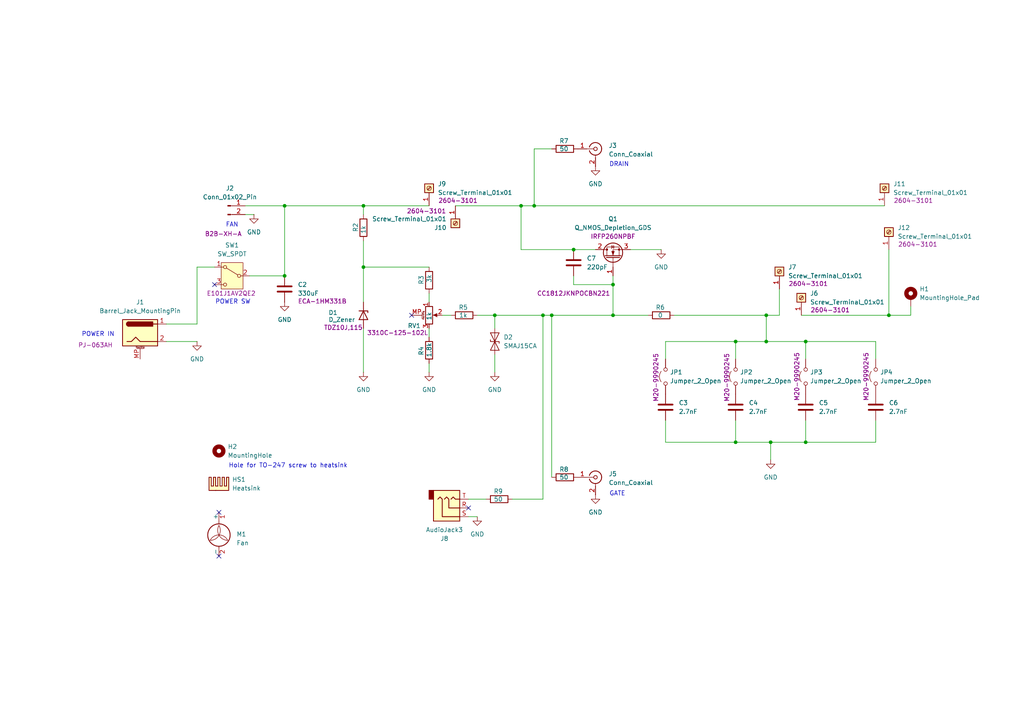
<source format=kicad_sch>
(kicad_sch (version 20250114) (generator "eeschema") (generator_version "9.0")
  (paper "A4")
  (lib_symbols
    (symbol "Connector:Barrel_Jack_MountingPin" (pin_names (hide yes))
      (property "Reference" "J" (at 0 5.334 0))
      (property "Value" "Barrel_Jack_MountingPin" (at 1.27 -6.35 0))
      (symbol "Barrel_Jack_MountingPin_0_1"
        (rectangle (start -5.08 3.81) (end 5.08 -3.81) (stroke (width 0.254)) (fill (type background)))
        (polyline (pts (xy -3.81 -2.54) (xy -2.54 -2.54) (xy -1.27 -1.27) (xy 0 -2.54) (xy 2.54 -2.54) (xy 5.08 -2.54)) (stroke (width 0.254)))
        (arc (start -3.302 1.905) (mid -3.9343 2.54) (end -3.302 3.175) (stroke (width 0.254)))
        (arc (start -3.302 1.905) (mid -3.9343 2.54) (end -3.302 3.175) (stroke (width 0.254)) (fill (type outline)))
        (rectangle (start 3.683 3.175) (end -3.302 1.905) (stroke (width 0.254)) (fill (type outline)))
        (polyline (pts (xy 5.08 2.54) (xy 3.81 2.54)) (stroke (width 0.254)))
      )
      (symbol "Barrel_Jack_MountingPin_1_1"
        (polyline (pts (xy -1.016 -4.572) (xy 1.016 -4.572)) (stroke (width 0.1524)))
        (text "Mounting" (at 0 -4.191 0) (effects (font (size 0.381 0.381))))
        (pin passive line (at 0 -7.62 90) (length 3.048) (name "MountPin") (number "MP"))
        (pin passive line (at 7.62 2.54 180) (length 2.54) (name "~") (number "1"))
        (pin passive line (at 7.62 -2.54 180) (length 2.54) (name "~") (number "2"))
      )
    )
    (symbol "Connector:Conn_01x02_Pin" (pin_names (offset 1.016) (hide yes))
      (property "Reference" "J" (at 0 2.54 0))
      (property "Value" "Conn_01x02_Pin" (at 0 -5.08 0))
      (symbol "Conn_01x02_Pin_1_1"
        (rectangle (start 0.8636 0.127) (end 0 -0.127) (stroke (width 0.1524)) (fill (type outline)))
        (rectangle (start 0.8636 -2.413) (end 0 -2.667) (stroke (width 0.1524)) (fill (type outline)))
        (polyline (pts (xy 1.27 0) (xy 0.8636 0)) (stroke (width 0.1524)))
        (polyline (pts (xy 1.27 -2.54) (xy 0.8636 -2.54)) (stroke (width 0.1524)))
        (pin passive line (at 5.08 0 180) (length 3.81) (name "Pin_1") (number "1"))
        (pin passive line (at 5.08 -2.54 180) (length 3.81) (name "Pin_2") (number "2"))
      )
    )
    (symbol "Connector:Conn_Coaxial" (pin_names (offset 1.016) (hide yes))
      (property "Reference" "J" (at 0.254 3.048 0))
      (property "Value" "Conn_Coaxial" (at 2.921 0 90))
      (symbol "Conn_Coaxial_0_1"
        (polyline (pts (xy -2.54 0) (xy -0.508 0)))
        (arc (start 1.778 0) (mid 0.222 -1.8079) (end -1.778 -0.508) (stroke (width 0.254)))
        (arc (start -1.778 0.508) (mid 0.2221 1.8084) (end 1.778 0) (stroke (width 0.254)))
        (circle (center 0 0) (radius 0.508) (stroke (width 0.2032)))
        (polyline (pts (xy 0 -2.54) (xy 0 -1.778)))
      )
      (symbol "Conn_Coaxial_1_1"
        (pin passive line (at -5.08 0 0) (length 2.54) (name "In") (number "1"))
        (pin passive line (at 0 -5.08 90) (length 2.54) (name "Ext") (number "2"))
      )
    )
    (symbol "Connector:Screw_Terminal_01x01" (pin_names (offset 1.016) (hide yes))
      (property "Reference" "J" (at 0 2.54 0))
      (property "Value" "Screw_Terminal_01x01" (at 0 -2.54 0))
      (symbol "Screw_Terminal_01x01_1_1"
        (rectangle (start -1.27 1.27) (end 1.27 -1.27) (stroke (width 0.254)) (fill (type background)))
        (polyline (pts (xy -0.5334 0.3302) (xy 0.3302 -0.508)) (stroke (width 0.1524)))
        (polyline (pts (xy -0.3556 0.508) (xy 0.508 -0.3302)) (stroke (width 0.1524)))
        (circle (center 0 0) (radius 0.635) (stroke (width 0.1524)))
        (pin passive line (at -5.08 0 0) (length 3.81) (name "Pin_1") (number "1"))
      )
    )
    (symbol "Connector_Audio:AudioJack3"
      (property "Reference" "J" (at 0 8.89 0))
      (property "Value" "AudioJack3" (at 0 6.35 0))
      (symbol "AudioJack3_0_1"
        (rectangle (start -5.08 -5.08) (end -6.35 -2.54) (stroke (width 0.254)) (fill (type outline)))
        (polyline (pts (xy -1.905 -2.54) (xy -1.27 -3.175) (xy -0.635 -2.54) (xy -0.635 0) (xy 2.54 0)) (stroke (width 0.254)))
        (polyline (pts (xy 0 -2.54) (xy 0.635 -3.175) (xy 1.27 -2.54) (xy 2.54 -2.54)) (stroke (width 0.254)))
        (rectangle (start 2.54 3.81) (end -5.08 -5.08) (stroke (width 0.254)) (fill (type background)))
        (polyline (pts (xy 2.54 2.54) (xy -2.54 2.54) (xy -2.54 -2.54) (xy -3.175 -3.175) (xy -3.81 -2.54)) (stroke (width 0.254)))
      )
      (symbol "AudioJack3_1_1"
        (pin passive line (at 5.08 2.54 180) (length 2.54) (name "~") (number "S"))
        (pin passive line (at 5.08 0 180) (length 2.54) (name "~") (number "R"))
        (pin passive line (at 5.08 -2.54 180) (length 2.54) (name "~") (number "T"))
      )
    )
    (symbol "Device:C" (pin_numbers (hide yes)) (pin_names (offset 0.254))
      (property "Reference" "C" (at 0.635 2.54 0))
      (property "Value" "C" (at 0.635 -2.54 0))
      (symbol "C_0_1"
        (polyline (pts (xy -2.032 0.762) (xy 2.032 0.762)) (stroke (width 0.508)))
        (polyline (pts (xy -2.032 -0.762) (xy 2.032 -0.762)) (stroke (width 0.508)))
      )
      (symbol "C_1_1"
        (pin passive line (at 0 3.81 270) (length 2.794) (name "~") (number "1"))
        (pin passive line (at 0 -3.81 90) (length 2.794) (name "~") (number "2"))
      )
    )
    (symbol "Device:D_Zener" (pin_numbers (hide yes)) (pin_names (offset 1.016) (hide yes))
      (property "Reference" "D" (at 0 2.54 0))
      (property "Value" "D_Zener" (at 0 -2.54 0))
      (symbol "D_Zener_0_1"
        (polyline (pts (xy -1.27 -1.27) (xy -1.27 1.27) (xy -0.762 1.27)) (stroke (width 0.254)))
        (polyline (pts (xy 1.27 0) (xy -1.27 0)))
        (polyline (pts (xy 1.27 -1.27) (xy 1.27 1.27) (xy -1.27 0) (xy 1.27 -1.27)) (stroke (width 0.254)))
      )
      (symbol "D_Zener_1_1"
        (pin passive line (at -3.81 0 0) (length 2.54) (name "K") (number "1"))
        (pin passive line (at 3.81 0 180) (length 2.54) (name "A") (number "2"))
      )
    )
    (symbol "Device:R" (pin_numbers (hide yes)) (pin_names (offset 0))
      (property "Reference" "R" (at 2.032 0 90))
      (property "Value" "R" (at 0 0 90))
      (symbol "R_0_1"
        (rectangle (start -1.016 -2.54) (end 1.016 2.54) (stroke (width 0.254)))
      )
      (symbol "R_1_1"
        (pin passive line (at 0 3.81 270) (length 1.27) (name "~") (number "1"))
        (pin passive line (at 0 -3.81 90) (length 1.27) (name "~") (number "2"))
      )
    )
    (symbol "Device:R_Potentiometer_MountingPin" (pin_names (offset 1.016) (hide yes))
      (property "Reference" "RV" (at -8.255 0 90))
      (property "Value" "R_Potentiometer_MountingPin" (at -6.35 0 90))
      (symbol "R_Potentiometer_MountingPin_0_1"
        (rectangle (start 1.016 2.54) (end -1.016 -2.54) (stroke (width 0.254)))
        (polyline (pts (xy 1.143 0) (xy 2.286 0.508) (xy 2.286 -0.508)) (fill (type outline)))
        (polyline (pts (xy 2.54 0) (xy 1.524 0)))
      )
      (symbol "R_Potentiometer_MountingPin_1_1"
        (polyline (pts (xy -2.032 1.016) (xy -2.032 -1.016)) (stroke (width 0.1524)))
        (text "Mounting" (at -1.651 0 900) (effects (font (size 0.381 0.381))))
        (pin passive line (at -5.08 0 0) (length 3.048) (name "MountPin") (number "MP"))
        (pin passive line (at 0 3.81 270) (length 1.27) (name "1") (number "1"))
        (pin passive line (at 0 -3.81 90) (length 1.27) (name "3") (number "3"))
        (pin passive line (at 3.81 0 180) (length 1.27) (name "2") (number "2"))
      )
    )
    (symbol "Diode:SMAJ16CA" (pin_numbers (hide yes)) (pin_names (offset 1.016) (hide yes))
      (property "Reference" "D" (at 0 2.54 0))
      (property "Value" "SMAJ16CA" (at 0 -2.54 0))
      (symbol "SMAJ16CA_0_1"
        (polyline (pts (xy -2.54 -1.27) (xy 0 0) (xy -2.54 1.27) (xy -2.54 -1.27)) (stroke (width 0.2032)))
        (polyline (pts (xy 0.508 1.27) (xy 0 1.27) (xy 0 -1.27) (xy -0.508 -1.27)) (stroke (width 0.2032)))
        (polyline (pts (xy 1.27 0) (xy -1.27 0)))
        (polyline (pts (xy 2.54 1.27) (xy 2.54 -1.27) (xy 0 0) (xy 2.54 1.27)) (stroke (width 0.2032)))
      )
      (symbol "SMAJ16CA_1_1"
        (pin passive line (at -3.81 0 0) (length 2.54) (name "A1") (number "1"))
        (pin passive line (at 3.81 0 180) (length 2.54) (name "A2") (number "2"))
      )
    )
    (symbol "Jumper:Jumper_2_Open" (pin_numbers (hide yes)) (pin_names (offset 0) (hide yes))
      (property "Reference" "JP" (at 0 2.794 0))
      (property "Value" "Jumper_2_Open" (at 0 -2.286 0))
      (symbol "Jumper_2_Open_0_0"
        (circle (center -2.032 0) (radius 0.508))
        (circle (center 2.032 0) (radius 0.508))
      )
      (symbol "Jumper_2_Open_0_1"
        (arc (start -1.524 1.27) (mid 0 1.778) (end 1.524 1.27))
      )
      (symbol "Jumper_2_Open_1_1"
        (pin passive line (at -5.08 0 0) (length 2.54) (name "A") (number "1"))
        (pin passive line (at 5.08 0 180) (length 2.54) (name "B") (number "2"))
      )
    )
    (symbol "Mechanical:Heatsink" (pin_names (offset 1.016)) (exclude_from_sim yes)
      (property "Reference" "HS" (at 0 5.08 0))
      (property "Value" "Heatsink" (at 0 -1.27 0))
      (symbol "Heatsink_0_1"
        (polyline (pts (xy -0.3302 1.27) (xy -0.9652 1.27) (xy -0.9652 3.81) (xy -1.6002 3.81) (xy -1.6002 1.27) (xy -2.2352 1.27) (xy -2.2352 3.81) (xy -2.8702 3.81) (xy -2.8702 0) (xy -0.9652 0)) (stroke (width 0.254)) (fill (type background)))
        (polyline (pts (xy -0.3302 1.27) (xy -0.3302 3.81) (xy 0.3048 3.81) (xy 0.3048 1.27) (xy 0.9398 1.27) (xy 0.9398 3.81) (xy 1.5748 3.81) (xy 1.5748 1.27) (xy 2.2098 1.27) (xy 2.2098 3.81) (xy 2.8448 3.81) (xy 2.8448 0) (xy -0.9652 0)) (stroke (width 0.254)) (fill (type background)))
      )
    )
    (symbol "Mechanical:MountingHole" (pin_names (offset 1.016)) (exclude_from_sim yes) (in_bom no)
      (property "Reference" "H" (at 0 5.08 0))
      (property "Value" "MountingHole" (at 0 3.175 0))
      (symbol "MountingHole_0_1"
        (circle (center 0 0) (radius 1.27) (stroke (width 1.27)))
      )
    )
    (symbol "Mechanical:MountingHole_Pad" (pin_numbers (hide yes)) (pin_names (offset 1.016) (hide yes)) (in_bom no)
      (property "Reference" "H" (at 0 6.35 0))
      (property "Value" "MountingHole_Pad" (at 0 4.445 0))
      (symbol "MountingHole_Pad_0_1"
        (circle (center 0 1.27) (radius 1.27) (stroke (width 1.27)))
      )
      (symbol "MountingHole_Pad_1_1"
        (pin input line (at 0 -2.54 90) (length 2.54) (name "1") (number "1"))
      )
    )
    (symbol "Motor:Fan" (pin_names (offset 0))
      (property "Reference" "M" (at 2.54 5.08 0))
      (property "Value" "Fan" (at 2.54 -2.54 0))
      (symbol "Fan_0_1"
        (arc (start 0 3.81) (mid -0.0015 0.9048) (end -2.54 -0.508))
        (polyline (pts (xy 0 4.572) (xy 0 5.08)))
        (polyline (pts (xy 0 4.2672) (xy 0 4.6228)))
        (circle (center 0 1.016) (radius 3.2512) (stroke (width 0.254)))
        (arc (start -2.54 -0.508) (mid 0 1.0618) (end 2.54 -0.508))
        (polyline (pts (xy 0 -2.2352) (xy 0 -2.6416)))
        (polyline (pts (xy 0 -5.08) (xy 0 -4.572)))
        (arc (start 2.54 -0.508) (mid 0.047 0.9315) (end 0 3.81))
      )
      (symbol "Fan_1_1"
        (pin passive line (at 0 7.62 270) (length 2.54) (name "+") (number "1"))
        (pin passive line (at 0 -5.08 90) (length 2.54) (name "-") (number "2"))
      )
    )
    (symbol "Switch:SW_SPDT" (pin_names (offset 0) (hide yes))
      (property "Reference" "SW" (at 0 5.08 0))
      (property "Value" "SW_SPDT" (at 0 -5.08 0))
      (symbol "SW_SPDT_0_1"
        (circle (center -2.032 0) (radius 0.4572))
        (polyline (pts (xy -1.651 0.254) (xy 1.651 2.286)))
        (circle (center 2.032 2.54) (radius 0.4572))
        (circle (center 2.032 -2.54) (radius 0.4572))
      )
      (symbol "SW_SPDT_1_1"
        (rectangle (start -3.175 3.81) (end 3.175 -3.81) (fill (type background)))
        (pin passive line (at -5.08 0 0) (length 2.54) (name "B") (number "2"))
        (pin passive line (at 5.08 2.54 180) (length 2.54) (name "A") (number "1"))
        (pin passive line (at 5.08 -2.54 180) (length 2.54) (name "C") (number "3"))
      )
    )
    (symbol "Transistor_FET_Other:Q_NMOS_Depletion_GDS" (pin_names (offset 0) (hide yes))
      (property "Reference" "Q" (at 5.08 1.905 0))
      (property "Value" "Q_NMOS_Depletion_GDS" (at 5.08 0 0))
      (symbol "Q_NMOS_Depletion_GDS_0_1"
        (polyline (pts (xy 0.254 1.905) (xy 0.254 -1.905)) (stroke (width 0.254)))
        (polyline (pts (xy 0.254 0) (xy -2.54 0)))
        (polyline (pts (xy 0.762 2.286) (xy 0.762 -2.286)) (stroke (width 0.254)))
        (polyline (pts (xy 0.762 -1.778) (xy 3.302 -1.778) (xy 3.302 1.778) (xy 0.762 1.778)))
        (polyline (pts (xy 1.016 0) (xy 2.032 0.381) (xy 2.032 -0.381) (xy 1.016 0)) (fill (type outline)))
        (circle (center 1.651 0) (radius 2.794) (stroke (width 0.254)))
        (polyline (pts (xy 2.54 2.54) (xy 2.54 1.778)))
        (circle (center 2.54 1.778) (radius 0.254) (fill (type outline)))
        (circle (center 2.54 -1.778) (radius 0.254) (fill (type outline)))
        (polyline (pts (xy 2.54 -2.54) (xy 2.54 0) (xy 0.762 0)))
        (polyline (pts (xy 2.794 0.508) (xy 2.921 0.381) (xy 3.683 0.381) (xy 3.81 0.254)))
        (polyline (pts (xy 3.302 0.381) (xy 2.921 -0.254) (xy 3.683 -0.254) (xy 3.302 0.381)))
      )
      (symbol "Q_NMOS_Depletion_GDS_1_1"
        (pin input line (at -5.08 0 0) (length 2.54) (name "G") (number "1"))
        (pin passive line (at 2.54 5.08 270) (length 2.54) (name "D") (number "2"))
        (pin passive line (at 2.54 -5.08 90) (length 2.54) (name "S") (number "3"))
      )
    )
    (symbol "power:GND" (power) (pin_numbers (hide yes)) (pin_names (offset 0) (hide yes))
      (property "Value" "GND" (at 0 -3.81 0))
      (symbol "GND_0_1"
        (polyline (pts (xy 0 0) (xy 0 -1.27) (xy 1.27 -1.27) (xy 0 -2.54) (xy -1.27 -1.27) (xy 0 -1.27)))
      )
      (symbol "GND_1_1"
        (pin power_in line (at 0 0 270) (length 0) (name "~") (number "1"))
      )
    )
  )
  (text "Hole for TO-247 screw to heatsink" (at 83.566 135.128 0) (effects (font (size 1.27 1.27))))
  (text "POWER IN" (at 28.448 97.028 0) (effects (font (size 1.27 1.27))))
  (text "GATE" (at 179.07 143.256 0) (effects (font (size 1.27 1.27))))
  (text "DRAIN" (at 179.578 47.752 0) (effects (font (size 1.27 1.27))))
  (text "POWER SW" (at 67.564 87.63 0) (effects (font (size 1.27 1.27))))
  (text "FAN" (at 67.31 65.278 0) (effects (font (size 1.27 1.27))))
  (junction (at 160.02 91.44))
  (junction (at 177.8 91.44))
  (junction (at 105.41 77.47))
  (junction (at 105.41 59.69))
  (junction (at 82.55 80.01))
  (junction (at 223.52 128.27))
  (junction (at 166.37 72.39))
  (junction (at 233.68 99.06))
  (junction (at 213.36 99.06))
  (junction (at 222.25 99.06))
  (junction (at 82.55 59.69))
  (junction (at 157.48 91.44))
  (junction (at 257.81 91.44))
  (junction (at 177.8 82.55))
  (junction (at 213.36 128.27))
  (junction (at 143.51 91.44))
  (junction (at 222.25 91.44))
  (junction (at 151.13 59.69))
  (junction (at 154.94 59.69))
  (junction (at 233.68 128.27))
  (no_connect (at 62.23 82.55))
  (no_connect (at 119.38 91.44))
  (no_connect (at 63.5 161.29))
  (no_connect (at 135.89 147.32))
  (no_connect (at 63.5 148.59))
  (wire (pts (xy 143.51 91.44) (xy 157.48 91.44)))
  (wire (pts (xy 233.68 99.06) (xy 254 99.06)))
  (wire (pts (xy 233.68 121.92) (xy 233.68 128.27)))
  (wire (pts (xy 57.15 77.47) (xy 57.15 93.98)))
  (wire (pts (xy 57.15 77.47) (xy 62.23 77.47)))
  (wire (pts (xy 148.59 144.78) (xy 157.48 144.78)))
  (wire (pts (xy 143.51 91.44) (xy 143.51 95.25)))
  (wire (pts (xy 166.37 82.55) (xy 177.8 82.55)))
  (wire (pts (xy 213.36 99.06) (xy 213.36 104.14)))
  (wire (pts (xy 193.04 128.27) (xy 213.36 128.27)))
  (wire (pts (xy 226.06 91.44) (xy 222.25 91.44)))
  (wire (pts (xy 213.36 128.27) (xy 223.52 128.27)))
  (wire (pts (xy 233.68 128.27) (xy 254 128.27)))
  (wire (pts (xy 177.8 80.01) (xy 177.8 82.55)))
  (wire (pts (xy 193.04 99.06) (xy 213.36 99.06)))
  (wire (pts (xy 254 128.27) (xy 254 121.92)))
  (wire (pts (xy 213.36 121.92) (xy 213.36 128.27)))
  (wire (pts (xy 135.89 144.78) (xy 140.97 144.78)))
  (wire (pts (xy 105.41 59.69) (xy 124.46 59.69)))
  (wire (pts (xy 182.88 72.39) (xy 191.77 72.39)))
  (wire (pts (xy 154.94 59.69) (xy 256.54 59.69)))
  (wire (pts (xy 48.26 93.98) (xy 57.15 93.98)))
  (wire (pts (xy 105.41 77.47) (xy 105.41 87.63)))
  (wire (pts (xy 233.68 99.06) (xy 233.68 104.14)))
  (wire (pts (xy 222.25 99.06) (xy 233.68 99.06)))
  (wire (pts (xy 193.04 121.92) (xy 193.04 128.27)))
  (wire (pts (xy 82.55 80.01) (xy 82.55 59.69)))
  (wire (pts (xy 135.89 149.86) (xy 138.43 149.86)))
  (wire (pts (xy 264.16 91.44) (xy 257.81 91.44)))
  (wire (pts (xy 257.81 91.44) (xy 232.41 91.44)))
  (wire (pts (xy 124.46 105.41) (xy 124.46 107.95)))
  (wire (pts (xy 166.37 80.01) (xy 166.37 82.55)))
  (wire (pts (xy 157.48 144.78) (xy 157.48 91.44)))
  (wire (pts (xy 195.58 91.44) (xy 222.25 91.44)))
  (wire (pts (xy 151.13 59.69) (xy 154.94 59.69)))
  (wire (pts (xy 254 99.06) (xy 254 104.14)))
  (wire (pts (xy 257.81 72.39) (xy 257.81 91.44)))
  (wire (pts (xy 213.36 99.06) (xy 222.25 99.06)))
  (wire (pts (xy 177.8 82.55) (xy 177.8 91.44)))
  (wire (pts (xy 160.02 91.44) (xy 177.8 91.44)))
  (wire (pts (xy 57.15 99.06) (xy 48.26 99.06)))
  (wire (pts (xy 151.13 72.39) (xy 166.37 72.39)))
  (wire (pts (xy 105.41 77.47) (xy 124.46 77.47)))
  (wire (pts (xy 160.02 138.43) (xy 160.02 91.44)))
  (wire (pts (xy 160.02 43.18) (xy 154.94 43.18)))
  (wire (pts (xy 222.25 91.44) (xy 222.25 99.06)))
  (wire (pts (xy 71.12 59.69) (xy 82.55 59.69)))
  (wire (pts (xy 264.16 91.44) (xy 264.16 88.9)))
  (wire (pts (xy 193.04 104.14) (xy 193.04 99.06)))
  (wire (pts (xy 166.37 72.39) (xy 172.72 72.39)))
  (wire (pts (xy 82.55 59.69) (xy 105.41 59.69)))
  (wire (pts (xy 124.46 85.09) (xy 124.46 87.63)))
  (wire (pts (xy 138.43 91.44) (xy 143.51 91.44)))
  (wire (pts (xy 105.41 69.85) (xy 105.41 77.47)))
  (wire (pts (xy 157.48 91.44) (xy 160.02 91.44)))
  (wire (pts (xy 223.52 128.27) (xy 223.52 133.35)))
  (wire (pts (xy 105.41 95.25) (xy 105.41 107.95)))
  (wire (pts (xy 143.51 102.87) (xy 143.51 107.95)))
  (wire (pts (xy 71.12 62.23) (xy 73.66 62.23)))
  (wire (pts (xy 177.8 91.44) (xy 187.96 91.44)))
  (wire (pts (xy 132.08 59.69) (xy 151.13 59.69)))
  (wire (pts (xy 223.52 128.27) (xy 233.68 128.27)))
  (wire (pts (xy 154.94 43.18) (xy 154.94 59.69)))
  (wire (pts (xy 72.39 80.01) (xy 82.55 80.01)))
  (wire (pts (xy 128.27 91.44) (xy 130.81 91.44)))
  (wire (pts (xy 124.46 95.25) (xy 124.46 97.79)))
  (wire (pts (xy 105.41 59.69) (xy 105.41 62.23)))
  (wire (pts (xy 226.06 83.82) (xy 226.06 91.44)))
  (wire (pts (xy 151.13 72.39) (xy 151.13 59.69)))
  (symbol (lib_id "Diode:SMAJ16CA") (at 143.51 99.06 90) (unit 1)
    (property "Reference" "D2" (at 146.05 97.7899 90) (effects (justify right)))
    (property "Value" "SMAJ15CA" (at 146.05 100.3299 90) (effects (justify right)))
    (property "Footprint" "Diode_SMD:D_SMA" (effects (hide yes)))
    (property "Datasheet" "https://www.littelfuse.com/media?resourcetype=datasheets&itemid=75e32973-b177-4ee3-a0ff-cedaf1abdb93&filename=smaj-datasheet" (effects (hide yes)))
    (property "Description" "400W bidirectional Transient Voltage Suppressor, 16.0Vr, SMA(DO-214AC)" (effects (hide yes)))
    (property "Manufacturer" "Bourns" (effects (hide yes)))
    (property "MPN" "SMAJ15CA" (effects (hide yes)))
  )
  (symbol (lib_id "power:GND") (at 143.51 107.95 0) (unit 1)
    (property "Reference" "#PWR07" (effects (hide yes)))
    (property "Value" "GND" (at 143.51 113.03 0))
    (property "Description" "Power symbol creates a global label with name \"GND\" , ground" (effects (hide yes)))
  )
  (symbol (lib_id "Device:R_Potentiometer_MountingPin") (at 124.46 91.44 0) (unit 1)
    (property "Reference" "RV1" (at 120.142 94.488 0))
    (property "Value" "1k" (at 124.46 91.694 90))
    (property "Footprint" "Potentiometer_THT:Potentiometer_Bourns_3386W_Horizontal" (effects (hide yes)))
    (property "Description" "Potentiometer with a mounting pin" (effects (hide yes)))
    (property "Manufacturer" "Bourns" (effects (hide yes)))
    (property "MPN" "3310C-125-102L" (at 115.316 96.52 0))
  )
  (symbol (lib_id "Jumper:Jumper_2_Open") (at 254 109.22 90) (unit 1)
    (property "Reference" "JP4" (at 255.27 107.9499 90) (effects (justify right)))
    (property "Value" "Jumper_2_Open" (at 255.27 110.4899 90) (effects (justify right)))
    (property "Footprint" "Connector_PinHeader_2.54mm:PinHeader_1x02_P2.54mm_Vertical" (effects (hide yes)))
    (property "Description" "Jumper, 2-pole, open" (effects (hide yes)))
    (property "MPN" "M20-9990245" (at 251.206 109.22 0))
    (property "Manufacturer" "Harwin" (effects (hide yes)))
  )
  (symbol (lib_id "Device:R") (at 105.41 66.04 0) (unit 1)
    (property "Reference" "R2" (at 103.124 67.31 90) (effects (justify left)))
    (property "Value" "1k" (at 105.41 67.818 90) (effects (justify left)))
    (property "Footprint" "Resistor_SMD:R_0805_2012Metric" (effects (hide yes)))
    (property "Description" "Resistor" (effects (hide yes)))
  )
  (symbol (lib_id "Mechanical:Heatsink") (at 63.5 142.24 0) (unit 1) (exclude_from_sim yes)
    (property "Reference" "HS1" (at 67.31 139.0649 0) (effects (justify left)))
    (property "Value" "Heatsink" (at 67.31 141.6049 0) (effects (justify left)))
    (property "Footprint" "Library:Heatsink_75x37.5mm_Fischer_SK-594-37.5-AL" (effects (hide yes)))
    (property "Description" "Heatsink" (effects (hide yes)))
  )
  (symbol (lib_id "Connector:Screw_Terminal_01x01") (at 124.46 54.61 90) (unit 1)
    (property "Reference" "J9" (at 127 53.3399 90) (effects (justify right)))
    (property "Value" "Screw_Terminal_01x01" (at 127 55.8799 90) (effects (justify right)))
    (property "Footprint" "Library:CONN_2604-3101_WAG" (effects (hide yes)))
    (property "Description" "Generic screw terminal, single row, 01x01, script generated (kicad-library-utils/schlib/autogen/connector/)" (effects (hide yes)))
    (property "MPN" "2604-3101" (at 132.842 58.166 90))
    (property "Manufacturer" "WAGO" (effects (hide yes)))
  )
  (symbol (lib_id "power:GND") (at 172.72 143.51 0) (unit 1)
    (property "Reference" "#PWR010" (effects (hide yes)))
    (property "Value" "GND" (at 172.72 148.59 0))
    (property "Description" "Power symbol creates a global label with name \"GND\" , ground" (effects (hide yes)))
  )
  (symbol (lib_id "Device:C") (at 233.68 118.11 0) (unit 1)
    (property "Reference" "C5" (at 237.49 116.8399 0) (effects (justify left)))
    (property "Value" "2.7nF" (at 237.49 119.3799 0) (effects (justify left)))
    (property "Footprint" "Capacitor_SMD:C_1812_4532Metric" (effects (hide yes)))
    (property "Description" "Unpolarized capacitor" (effects (hide yes)))
    (property "MPN" "1812GC272KAT1A" (effects (hide yes)))
    (property "Manufacturer" "Kyocera" (effects (hide yes)))
  )
  (symbol (lib_id "Device:R") (at 134.62 91.44 90) (unit 1)
    (property "Reference" "R5" (at 134.366 89.154 90))
    (property "Value" "1k" (at 134.366 91.44 90))
    (property "Footprint" "Resistor_SMD:R_0805_2012Metric" (effects (hide yes)))
    (property "Description" "Resistor" (effects (hide yes)))
  )
  (symbol (lib_id "Device:R") (at 191.77 91.44 90) (unit 1)
    (property "Reference" "R6" (at 191.516 89.154 90))
    (property "Value" "0" (at 191.516 91.44 90))
    (property "Footprint" "Resistor_SMD:R_0805_2012Metric" (effects (hide yes)))
    (property "Description" "Resistor" (effects (hide yes)))
  )
  (symbol (lib_id "Device:D_Zener") (at 105.41 91.44 270) (unit 1)
    (property "Reference" "D1" (at 95.25 90.678 90) (effects (justify left)))
    (property "Value" "D_Zener" (at 95.25 92.71 90) (effects (justify left)))
    (property "Footprint" "Diode_SMD:D_SOD-323_HandSoldering" (effects (hide yes)))
    (property "Description" "Zener diode" (effects (hide yes)))
    (property "MPN" "TDZ10J,115" (at 99.568 94.996 90))
    (property "Manufacturer" "Nexperia" (effects (hide yes)))
  )
  (symbol (lib_id "Connector:Conn_Coaxial") (at 172.72 138.43 0) (unit 1)
    (property "Reference" "J5" (at 176.53 137.4531 0) (effects (justify left)))
    (property "Value" "Conn_Coaxial" (at 176.53 139.9931 0) (effects (justify left)))
    (property "Footprint" "Connector_Coaxial:SMA_Amphenol_901-143_Horizontal" (effects (hide yes)))
    (property "Description" "coaxial connector (BNC, SMA, SMB, SMC, Cinch/RCA, LEMO, ...)" (effects (hide yes)))
    (property "MPN" "RFPC-SMA27-F" (effects (hide yes)))
    (property "Manufacturer" "GCT" (effects (hide yes)))
  )
  (symbol (lib_id "Connector:Conn_Coaxial") (at 172.72 43.18 0) (unit 1)
    (property "Reference" "J3" (at 176.53 42.2031 0) (effects (justify left)))
    (property "Value" "Conn_Coaxial" (at 176.53 44.7431 0) (effects (justify left)))
    (property "Footprint" "Connector_Coaxial:SMA_Amphenol_901-143_Horizontal" (effects (hide yes)))
    (property "Description" "coaxial connector (BNC, SMA, SMB, SMC, Cinch/RCA, LEMO, ...)" (effects (hide yes)))
    (property "MPN" "RFPC-SMA27-F" (effects (hide yes)))
    (property "Manufacturer" "GCT" (effects (hide yes)))
  )
  (symbol (lib_id "Device:R") (at 144.78 144.78 90) (unit 1)
    (property "Reference" "R9" (at 144.526 142.494 90))
    (property "Value" "50" (at 144.526 144.78 90))
    (property "Footprint" "Resistor_SMD:R_0805_2012Metric" (effects (hide yes)))
    (property "Description" "Resistor" (effects (hide yes)))
  )
  (symbol (lib_id "Connector_Audio:AudioJack3") (at 130.81 147.32 0) (mirror x) (unit 1)
    (property "Reference" "J8" (at 128.905 156.21 0))
    (property "Value" "AudioJack3" (at 128.905 153.67 0))
    (property "Footprint" "Connector_Audio:Jack_3.5mm_CUI_SJ-3523-SMT_Horizontal" (effects (hide yes)))
    (property "Description" "Audio Jack, 3 Poles (Stereo / TRS)" (effects (hide yes)))
  )
  (symbol (lib_id "Transistor_FET_Other:Q_NMOS_Depletion_GDS") (at 177.8 74.93 90) (unit 1)
    (property "Reference" "Q1" (at 177.8 63.5 90))
    (property "Value" "Q_NMOS_Depletion_GDS" (at 177.8 66.04 90))
    (property "Footprint" "Package_TO_SOT_THT:TO-247-3_Horizontal_TabDown" (effects (hide yes)))
    (property "Description" "Depletion-mode N-channel MOSFET gate/drain/source" (effects (hide yes)))
    (property "MPN" "IRFP260NPBF" (at 177.8 68.58 90))
    (property "Manufacturer" "Infineon" (effects (hide yes)))
  )
  (symbol (lib_id "Mechanical:MountingHole_Pad") (at 264.16 86.36 0) (unit 1) (in_bom no)
    (property "Reference" "H1" (at 266.7 83.8199 0) (effects (justify left)))
    (property "Value" "MountingHole_Pad" (at 266.7 86.3599 0) (effects (justify left)))
    (property "Footprint" "MountingHole:MountingHole_5.3mm_M5_Pad" (effects (hide yes)))
    (property "Description" "Mounting Hole with connection" (effects (hide yes)))
  )
  (symbol (lib_id "Device:C") (at 213.36 118.11 0) (unit 1)
    (property "Reference" "C4" (at 217.17 116.8399 0) (effects (justify left)))
    (property "Value" "2.7nF" (at 217.17 119.3799 0) (effects (justify left)))
    (property "Footprint" "Capacitor_SMD:C_1812_4532Metric" (effects (hide yes)))
    (property "Description" "Unpolarized capacitor" (effects (hide yes)))
    (property "MPN" "1812GC272KAT1A" (effects (hide yes)))
    (property "Manufacturer" "Kyocera" (effects (hide yes)))
  )
  (symbol (lib_id "Jumper:Jumper_2_Open") (at 213.36 109.22 90) (unit 1)
    (property "Reference" "JP2" (at 214.63 107.9499 90) (effects (justify right)))
    (property "Value" "Jumper_2_Open" (at 214.63 110.4899 90) (effects (justify right)))
    (property "Footprint" "Connector_PinHeader_2.54mm:PinHeader_1x02_P2.54mm_Vertical" (effects (hide yes)))
    (property "Description" "Jumper, 2-pole, open" (effects (hide yes)))
    (property "MPN" "M20-9990245" (at 210.82 109.474 0))
    (property "Manufacturer" "Harwin" (effects (hide yes)))
  )
  (symbol (lib_id "Device:R") (at 163.83 138.43 90) (unit 1)
    (property "Reference" "R8" (at 163.576 136.144 90))
    (property "Value" "50" (at 163.576 138.43 90))
    (property "Footprint" "Resistor_SMD:R_0805_2012Metric" (effects (hide yes)))
    (property "Description" "Resistor" (effects (hide yes)))
  )
  (symbol (lib_id "Device:C") (at 254 118.11 0) (unit 1)
    (property "Reference" "C6" (at 257.81 116.8399 0) (effects (justify left)))
    (property "Value" "2.7nF" (at 257.81 119.3799 0) (effects (justify left)))
    (property "Footprint" "Capacitor_SMD:C_1812_4532Metric" (effects (hide yes)))
    (property "Description" "Unpolarized capacitor" (effects (hide yes)))
    (property "MPN" "1812GC272KAT1A" (effects (hide yes)))
    (property "Manufacturer" "Kyocera" (effects (hide yes)))
  )
  (symbol (lib_id "Device:C") (at 166.37 76.2 0) (unit 1)
    (property "Reference" "C7" (at 170.18 74.9299 0) (effects (justify left)))
    (property "Value" "220pF" (at 170.18 77.4699 0) (effects (justify left)))
    (property "Footprint" "Capacitor_SMD:C_1812_4532Metric" (effects (hide yes)))
    (property "Description" "Unpolarized capacitor" (effects (hide yes)))
    (property "Manufacturer" "Yageo" (effects (hide yes)))
    (property "MPN" "CC1812JKNPOCBN221" (at 166.37 85.09 0))
  )
  (symbol (lib_id "Device:R") (at 163.83 43.18 90) (unit 1)
    (property "Reference" "R7" (at 163.576 40.894 90))
    (property "Value" "50" (at 163.576 43.18 90))
    (property "Footprint" "Resistor_SMD:R_0805_2012Metric" (effects (hide yes)))
    (property "Description" "Resistor" (effects (hide yes)))
  )
  (symbol (lib_id "Device:C") (at 193.04 118.11 0) (unit 1)
    (property "Reference" "C3" (at 196.85 116.8399 0) (effects (justify left)))
    (property "Value" "2.7nF" (at 196.85 119.3799 0) (effects (justify left)))
    (property "Footprint" "Capacitor_SMD:C_1812_4532Metric" (effects (hide yes)))
    (property "Description" "Unpolarized capacitor" (effects (hide yes)))
    (property "MPN" "1812GC272KAT1A" (effects (hide yes)))
    (property "Manufacturer" "Kyocera" (effects (hide yes)))
  )
  (symbol (lib_id "Motor:Fan") (at 63.5 156.21 0) (unit 1)
    (property "Reference" "M1" (at 68.58 154.9399 0) (effects (justify left)))
    (property "Value" "Fan" (at 68.58 157.4799 0) (effects (justify left)))
    (property "Footprint" "Library:FAN AXIAL 92X25.4MM" (effects (hide yes)))
    (property "Description" "FAN AXIAL 92X25.4MM 24VDC WIRE" (effects (hide yes)))
    (property "MPN" "AFB0924VH-R00" (effects (hide yes)))
    (property "Manufacturer" "Delta" (effects (hide yes)))
  )
  (symbol (lib_id "power:GND") (at 172.72 48.26 0) (unit 1)
    (property "Reference" "#PWR09" (effects (hide yes)))
    (property "Value" "GND" (at 172.72 53.34 0))
    (property "Description" "Power symbol creates a global label with name \"GND\" , ground" (effects (hide yes)))
  )
  (symbol (lib_id "power:GND") (at 191.77 72.39 0) (unit 1)
    (property "Reference" "#PWR06" (effects (hide yes)))
    (property "Value" "GND" (at 191.77 77.47 0))
    (property "Description" "Power symbol creates a global label with name \"GND\" , ground" (effects (hide yes)))
  )
  (symbol (lib_id "Mechanical:MountingHole") (at 63.5 130.81 0) (unit 1) (exclude_from_sim yes) (in_bom no)
    (property "Reference" "H2" (at 66.04 129.5399 0) (effects (justify left)))
    (property "Value" "MountingHole" (at 66.04 132.0799 0) (effects (justify left)))
    (property "Footprint" "MountingHole:MountingHole_8.4mm_M8" (effects (hide yes)))
    (property "Description" "Mounting Hole without connection" (effects (hide yes)))
  )
  (symbol (lib_id "power:GND") (at 223.52 133.35 0) (unit 1)
    (property "Reference" "#PWR08" (effects (hide yes)))
    (property "Value" "GND" (at 223.52 138.43 0))
    (property "Description" "Power symbol creates a global label with name \"GND\" , ground" (effects (hide yes)))
  )
  (symbol (lib_id "power:GND") (at 105.41 107.95 0) (unit 1)
    (property "Reference" "#PWR04" (effects (hide yes)))
    (property "Value" "GND" (at 105.41 113.03 0))
    (property "Description" "Power symbol creates a global label with name \"GND\" , ground" (effects (hide yes)))
  )
  (symbol (lib_id "Device:R") (at 124.46 101.6 0) (unit 1)
    (property "Reference" "R4" (at 122.174 103.124 90) (effects (justify left)))
    (property "Value" "1.8k" (at 124.46 103.632 90) (effects (justify left)))
    (property "Footprint" "Resistor_SMD:R_0805_2012Metric" (effects (hide yes)))
    (property "Description" "Resistor" (effects (hide yes)))
  )
  (symbol (lib_id "Connector:Barrel_Jack_MountingPin") (at 40.64 96.52 0) (unit 1)
    (property "Reference" "J1" (at 40.64 87.63 0))
    (property "Value" "Barrel_Jack_MountingPin" (at 40.64 90.17 0))
    (property "Footprint" "Connector_BarrelJack:BarrelJack_CUI_PJ-063AH_Horizontal" (effects (hide yes)))
    (property "Description" "DC Barrel Jack with a mounting pin" (effects (hide yes)))
    (property "Manufacturer" "CUI" (effects (hide yes)))
    (property "MPN" "PJ-063AH" (at 27.686 100.076 0))
  )
  (symbol (lib_id "Connector:Screw_Terminal_01x01") (at 232.41 86.36 90) (unit 1)
    (property "Reference" "J6" (at 234.95 85.0899 90) (effects (justify right)))
    (property "Value" "Screw_Terminal_01x01" (at 234.95 87.6299 90) (effects (justify right)))
    (property "Footprint" "Library:CONN_2604-3101_WAG" (effects (hide yes)))
    (property "Description" "Generic screw terminal, single row, 01x01, script generated (kicad-library-utils/schlib/autogen/connector/)" (effects (hide yes)))
    (property "MPN" "2604-3101" (at 240.792 89.916 90))
    (property "Manufacturer" "WAGO" (effects (hide yes)))
  )
  (symbol (lib_id "Switch:SW_SPDT") (at 67.31 80.01 0) (mirror y) (unit 1)
    (property "Reference" "SW1" (at 67.31 71.12 0))
    (property "Value" "SW_SPDT" (at 67.31 73.66 0))
    (property "Footprint" "Library:CKSW-E101J1AV2QE2" (effects (hide yes)))
    (property "Description" "Switch, single pole double throw" (effects (hide yes)))
    (property "Manufacturer" "C&K" (effects (hide yes)))
    (property "MPN" "E101J1AV2QE2" (at 67.056 85.09 0))
  )
  (symbol (lib_id "power:GND") (at 82.55 87.63 0) (unit 1)
    (property "Reference" "#PWR01" (effects (hide yes)))
    (property "Value" "GND" (at 82.55 92.71 0))
    (property "Description" "Power symbol creates a global label with name \"GND\" , ground" (effects (hide yes)))
  )
  (symbol (lib_id "power:GND") (at 57.15 99.06 0) (unit 1)
    (property "Reference" "#PWR02" (effects (hide yes)))
    (property "Value" "GND" (at 57.15 104.14 0))
    (property "Description" "Power symbol creates a global label with name \"GND\" , ground" (effects (hide yes)))
  )
  (symbol (lib_id "Connector:Screw_Terminal_01x01") (at 226.06 78.74 90) (unit 1)
    (property "Reference" "J7" (at 228.6 77.4699 90) (effects (justify right)))
    (property "Value" "Screw_Terminal_01x01" (at 228.6 80.0099 90) (effects (justify right)))
    (property "Footprint" "Library:CONN_2604-3101_WAG" (effects (hide yes)))
    (property "Description" "Generic screw terminal, single row, 01x01, script generated (kicad-library-utils/schlib/autogen/connector/)" (effects (hide yes)))
    (property "MPN" "2604-3101" (at 234.442 82.296 90))
    (property "Manufacturer" "WAGO" (effects (hide yes)))
  )
  (symbol (lib_id "Connector:Conn_01x02_Pin") (at 66.04 59.69 0) (unit 1)
    (property "Reference" "J2" (at 66.675 54.61 0))
    (property "Value" "Conn_01x02_Pin" (at 66.675 57.15 0))
    (property "Footprint" "Connector_JST:JST_XH_B2B-XH-AM_1x02_P2.50mm_Vertical" (effects (hide yes)))
    (property "Description" "Generic connector, single row, 01x02, script generated" (effects (hide yes)))
    (property "Manufacturer" "JST" (effects (hide yes)))
    (property "MPN" "B2B-XH-A" (at 64.77 67.818 0))
  )
  (symbol (lib_id "Device:C") (at 82.55 83.82 0) (unit 1)
    (property "Reference" "C2" (at 86.36 82.5499 0) (effects (justify left)))
    (property "Value" "330uF" (at 86.36 85.0899 0) (effects (justify left)))
    (property "Footprint" "Capacitor_THT:CP_Radial_D10.0mm_P5.00mm" (effects (hide yes)))
    (property "Description" "Unpolarized capacitor" (effects (hide yes)))
    (property "MPN" "ECA-1HM331B" (at 93.472 87.376 0))
    (property "Manufacturer" "Panasonic" (effects (hide yes)))
  )
  (symbol (lib_id "Connector:Screw_Terminal_01x01") (at 256.54 54.61 90) (unit 1)
    (property "Reference" "J11" (at 259.08 53.3399 90) (effects (justify right)))
    (property "Value" "Screw_Terminal_01x01" (at 259.08 55.8799 90) (effects (justify right)))
    (property "Footprint" "Library:CONN_2604-3101_WAG" (effects (hide yes)))
    (property "Description" "Generic screw terminal, single row, 01x01, script generated (kicad-library-utils/schlib/autogen/connector/)" (effects (hide yes)))
    (property "MPN" "2604-3101" (at 264.922 58.166 90))
    (property "Manufacturer" "WAGO" (effects (hide yes)))
  )
  (symbol (lib_id "Connector:Screw_Terminal_01x01") (at 257.81 67.31 90) (unit 1)
    (property "Reference" "J12" (at 260.35 66.0399 90) (effects (justify right)))
    (property "Value" "Screw_Terminal_01x01" (at 260.35 68.5799 90) (effects (justify right)))
    (property "Footprint" "Library:CONN_2604-3101_WAG" (effects (hide yes)))
    (property "Description" "Generic screw terminal, single row, 01x01, script generated (kicad-library-utils/schlib/autogen/connector/)" (effects (hide yes)))
    (property "MPN" "2604-3101" (at 266.192 70.866 90))
    (property "Manufacturer" "WAGO" (effects (hide yes)))
  )
  (symbol (lib_id "Device:R") (at 124.46 81.28 0) (unit 1)
    (property "Reference" "R3" (at 122.174 82.55 90) (effects (justify left)))
    (property "Value" "3k" (at 124.46 82.042 90) (effects (justify left)))
    (property "Footprint" "Resistor_SMD:R_0805_2012Metric" (effects (hide yes)))
    (property "Description" "Resistor" (effects (hide yes)))
  )
  (symbol (lib_id "Connector:Screw_Terminal_01x01") (at 132.08 64.77 270) (unit 1)
    (property "Reference" "J10" (at 129.54 66.0401 90) (effects (justify right)))
    (property "Value" "Screw_Terminal_01x01" (at 129.54 63.5001 90) (effects (justify right)))
    (property "Footprint" "Library:CONN_2604-3101_WAG" (effects (hide yes)))
    (property "Description" "Generic screw terminal, single row, 01x01, script generated (kicad-library-utils/schlib/autogen/connector/)" (effects (hide yes)))
    (property "MPN" "2604-3101" (at 123.698 61.214 90))
    (property "Manufacturer" "WAGO" (effects (hide yes)))
  )
  (symbol (lib_id "Jumper:Jumper_2_Open") (at 233.68 109.22 90) (unit 1)
    (property "Reference" "JP3" (at 234.95 107.9499 90) (effects (justify right)))
    (property "Value" "Jumper_2_Open" (at 234.95 110.4899 90) (effects (justify right)))
    (property "Footprint" "Connector_PinHeader_2.54mm:PinHeader_1x02_P2.54mm_Vertical" (effects (hide yes)))
    (property "Description" "Jumper, 2-pole, open" (effects (hide yes)))
    (property "MPN" "M20-9990245" (at 231.14 109.22 0))
    (property "Manufacturer" "Harwin" (effects (hide yes)))
  )
  (symbol (lib_id "power:GND") (at 138.43 149.86 0) (unit 1)
    (property "Reference" "#PWR011" (effects (hide yes)))
    (property "Value" "GND" (at 138.43 154.94 0))
    (property "Description" "Power symbol creates a global label with name \"GND\" , ground" (effects (hide yes)))
  )
  (symbol (lib_id "Jumper:Jumper_2_Open") (at 193.04 109.22 90) (unit 1)
    (property "Reference" "JP1" (at 194.31 107.9499 90) (effects (justify right)))
    (property "Value" "Jumper_2_Open" (at 194.31 110.4899 90) (effects (justify right)))
    (property "Footprint" "Connector_PinHeader_2.54mm:PinHeader_1x02_P2.54mm_Vertical" (effects (hide yes)))
    (property "Description" "Jumper, 2-pole, open" (effects (hide yes)))
    (property "MPN" "M20-9990245" (at 190.246 109.474 0))
    (property "Manufacturer" "Harwin" (effects (hide yes)))
  )
  (symbol (lib_id "power:GND") (at 73.66 62.23 0) (unit 1)
    (property "Reference" "#PWR03" (effects (hide yes)))
    (property "Value" "GND" (at 73.66 67.31 0))
    (property "Description" "Power symbol creates a global label with name \"GND\" , ground" (effects (hide yes)))
  )
  (symbol (lib_id "power:GND") (at 124.46 107.95 0) (unit 1)
    (property "Reference" "#PWR05" (effects (hide yes)))
    (property "Value" "GND" (at 124.46 113.03 0))
    (property "Description" "Power symbol creates a global label with name \"GND\" , ground" (effects (hide yes)))
  )
)
</source>
